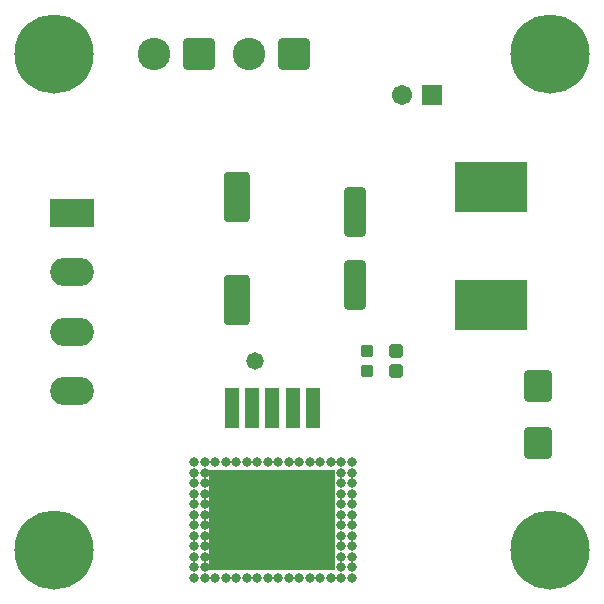
<source format=gts>
G04 Layer_Color=8388736*
%FSLAX25Y25*%
%MOIN*%
G70*
G01*
G75*
G04:AMPARAMS|DCode=35|XSize=86.74mil|YSize=169.42mil|CornerRadius=13.84mil|HoleSize=0mil|Usage=FLASHONLY|Rotation=0.000|XOffset=0mil|YOffset=0mil|HoleType=Round|Shape=RoundedRectangle|*
%AMROUNDEDRECTD35*
21,1,0.08674,0.14173,0,0,0.0*
21,1,0.05906,0.16942,0,0,0.0*
1,1,0.02769,0.02953,-0.07087*
1,1,0.02769,-0.02953,-0.07087*
1,1,0.02769,-0.02953,0.07087*
1,1,0.02769,0.02953,0.07087*
%
%ADD35ROUNDEDRECTD35*%
%ADD36R,0.04934X0.13398*%
%ADD37R,0.41942X0.33477*%
G04:AMPARAMS|DCode=38|XSize=165.48mil|YSize=70.99mil|CornerRadius=11.87mil|HoleSize=0mil|Usage=FLASHONLY|Rotation=270.000|XOffset=0mil|YOffset=0mil|HoleType=Round|Shape=RoundedRectangle|*
%AMROUNDEDRECTD38*
21,1,0.16548,0.04724,0,0,270.0*
21,1,0.14173,0.07099,0,0,270.0*
1,1,0.02375,-0.02362,-0.07087*
1,1,0.02375,-0.02362,0.07087*
1,1,0.02375,0.02362,0.07087*
1,1,0.02375,0.02362,-0.07087*
%
%ADD38ROUNDEDRECTD38*%
G04:AMPARAMS|DCode=39|XSize=106.42mil|YSize=94.61mil|CornerRadius=14.83mil|HoleSize=0mil|Usage=FLASHONLY|Rotation=90.000|XOffset=0mil|YOffset=0mil|HoleType=Round|Shape=RoundedRectangle|*
%AMROUNDEDRECTD39*
21,1,0.10642,0.06496,0,0,90.0*
21,1,0.07677,0.09461,0,0,90.0*
1,1,0.02965,0.03248,0.03839*
1,1,0.02965,0.03248,-0.03839*
1,1,0.02965,-0.03248,-0.03839*
1,1,0.02965,-0.03248,0.03839*
%
%ADD39ROUNDEDRECTD39*%
G04:AMPARAMS|DCode=40|XSize=47.37mil|YSize=43.43mil|CornerRadius=8.43mil|HoleSize=0mil|Usage=FLASHONLY|Rotation=0.000|XOffset=0mil|YOffset=0mil|HoleType=Round|Shape=RoundedRectangle|*
%AMROUNDEDRECTD40*
21,1,0.04737,0.02658,0,0,0.0*
21,1,0.03051,0.04343,0,0,0.0*
1,1,0.01686,0.01526,-0.01329*
1,1,0.01686,-0.01526,-0.01329*
1,1,0.01686,-0.01526,0.01329*
1,1,0.01686,0.01526,0.01329*
%
%ADD40ROUNDEDRECTD40*%
G04:AMPARAMS|DCode=41|XSize=39.5mil|YSize=39.5mil|CornerRadius=7.94mil|HoleSize=0mil|Usage=FLASHONLY|Rotation=90.000|XOffset=0mil|YOffset=0mil|HoleType=Round|Shape=RoundedRectangle|*
%AMROUNDEDRECTD41*
21,1,0.03950,0.02362,0,0,90.0*
21,1,0.02362,0.03950,0,0,90.0*
1,1,0.01587,0.01181,0.01181*
1,1,0.01587,0.01181,-0.01181*
1,1,0.01587,-0.01181,-0.01181*
1,1,0.01587,-0.01181,0.01181*
%
%ADD41ROUNDEDRECTD41*%
%ADD42R,0.24422X0.16548*%
%ADD43R,0.06706X0.06706*%
%ADD44C,0.06706*%
G04:AMPARAMS|DCode=45|XSize=108mil|YSize=108mil|CornerRadius=16.5mil|HoleSize=0mil|Usage=FLASHONLY|Rotation=90.000|XOffset=0mil|YOffset=0mil|HoleType=Round|Shape=RoundedRectangle|*
%AMROUNDEDRECTD45*
21,1,0.10800,0.07500,0,0,90.0*
21,1,0.07500,0.10800,0,0,90.0*
1,1,0.03300,0.03750,0.03750*
1,1,0.03300,0.03750,-0.03750*
1,1,0.03300,-0.03750,-0.03750*
1,1,0.03300,-0.03750,0.03750*
%
%ADD45ROUNDEDRECTD45*%
%ADD46C,0.10800*%
%ADD47O,0.14579X0.09461*%
%ADD48R,0.14579X0.09461*%
%ADD49C,0.26391*%
%ADD50C,0.03300*%
%ADD51C,0.05800*%
D35*
X76772Y99016D02*
D03*
Y133268D02*
D03*
D36*
X101969Y62992D02*
D03*
X95276D02*
D03*
X88583D02*
D03*
X81890D02*
D03*
X75197D02*
D03*
D37*
X88583Y25787D02*
D03*
D38*
X116142Y128346D02*
D03*
Y103937D02*
D03*
D39*
X177165Y70472D02*
D03*
Y51575D02*
D03*
D40*
X129921Y82087D02*
D03*
Y75394D02*
D03*
D41*
X120079Y82087D02*
D03*
Y75394D02*
D03*
D42*
X161417Y136811D02*
D03*
Y97441D02*
D03*
D43*
X141890Y167323D02*
D03*
D44*
X131890D02*
D03*
D45*
X64213Y181102D02*
D03*
X95709D02*
D03*
D46*
X49213D02*
D03*
X80709D02*
D03*
D47*
X21654Y68898D02*
D03*
Y88583D02*
D03*
Y108268D02*
D03*
D48*
Y127953D02*
D03*
D49*
X181102Y15748D02*
D03*
Y181102D02*
D03*
X15748D02*
D03*
Y15748D02*
D03*
D50*
X115075Y45075D02*
D03*
Y41575D02*
D03*
Y38075D02*
D03*
Y34575D02*
D03*
Y31075D02*
D03*
Y27575D02*
D03*
Y24075D02*
D03*
Y20575D02*
D03*
Y17075D02*
D03*
Y13575D02*
D03*
Y10075D02*
D03*
Y6575D02*
D03*
X111575Y45075D02*
D03*
Y41575D02*
D03*
Y38075D02*
D03*
Y34575D02*
D03*
Y31075D02*
D03*
Y27575D02*
D03*
Y24075D02*
D03*
Y20575D02*
D03*
Y17075D02*
D03*
Y13575D02*
D03*
Y10075D02*
D03*
Y6575D02*
D03*
X108075Y45075D02*
D03*
Y6575D02*
D03*
X104575Y45075D02*
D03*
Y6575D02*
D03*
X101075Y45075D02*
D03*
Y6575D02*
D03*
X97575Y45075D02*
D03*
Y6575D02*
D03*
X94075Y45075D02*
D03*
Y6575D02*
D03*
X90575Y45075D02*
D03*
Y6575D02*
D03*
X87075Y45075D02*
D03*
Y6575D02*
D03*
X83575Y45075D02*
D03*
Y6575D02*
D03*
X80075Y45075D02*
D03*
Y6575D02*
D03*
X76575Y45075D02*
D03*
Y6575D02*
D03*
X73075Y45075D02*
D03*
Y6575D02*
D03*
X69575Y45075D02*
D03*
Y6575D02*
D03*
X66075Y45075D02*
D03*
Y41575D02*
D03*
Y38075D02*
D03*
Y34575D02*
D03*
Y31075D02*
D03*
Y27575D02*
D03*
Y24075D02*
D03*
Y20575D02*
D03*
Y17075D02*
D03*
Y13575D02*
D03*
Y10075D02*
D03*
Y6575D02*
D03*
X62575Y45075D02*
D03*
Y41575D02*
D03*
Y38075D02*
D03*
Y34575D02*
D03*
Y31075D02*
D03*
Y27575D02*
D03*
Y24075D02*
D03*
Y20575D02*
D03*
Y17075D02*
D03*
Y13575D02*
D03*
Y10075D02*
D03*
Y6575D02*
D03*
D51*
X82677Y78740D02*
D03*
M02*

</source>
